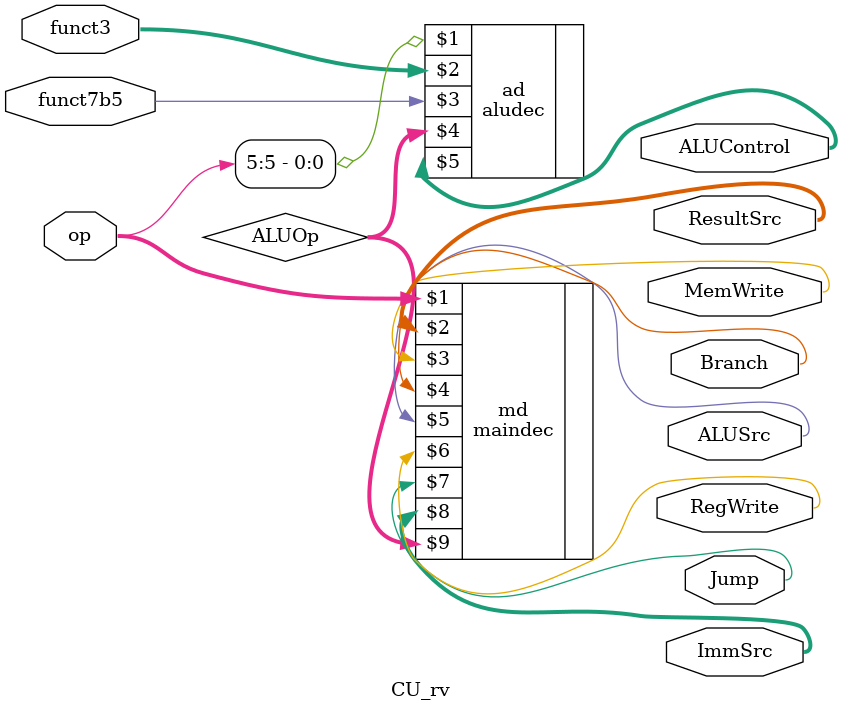
<source format=sv>
module CU_rv (
    input logic [6:0] op,
    input logic [2:0] funct3,
    input logic funct7b5,
    output logic [1:0] ResultSrc,
    output logic MemWrite,
    output logic ALUSrc,
    output logic RegWrite, Jump, Branch,
    output logic [1:0] ImmSrc,
    output logic [2:0] ALUControl
); 
    logic [1:0] ALUOp;
    maindec     md(
                op, ResultSrc, MemWrite, Branch,
                ALUSrc, RegWrite, Jump, ImmSrc, ALUOp
                );
    aludec      ad(
                op[5], funct3, funct7b5, ALUOp, ALUControl
                );

endmodule

</source>
